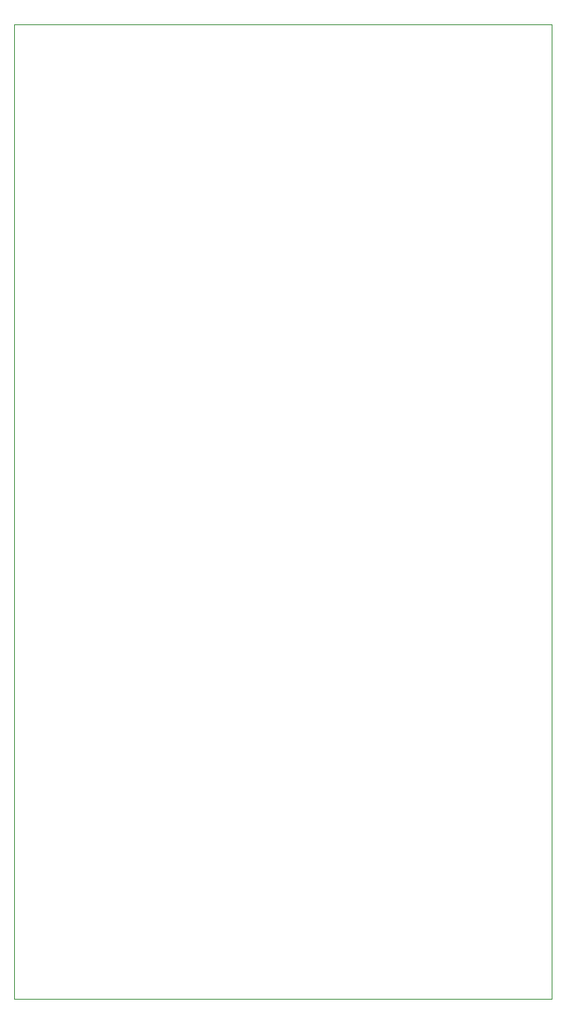
<source format=gbr>
G04 #@! TF.GenerationSoftware,KiCad,Pcbnew,(6.0.5-0)*
G04 #@! TF.CreationDate,2022-05-18T15:07:28+02:00*
G04 #@! TF.ProjectId,VCF,5643462e-6b69-4636-9164-5f7063625858,rev?*
G04 #@! TF.SameCoordinates,Original*
G04 #@! TF.FileFunction,Profile,NP*
%FSLAX46Y46*%
G04 Gerber Fmt 4.6, Leading zero omitted, Abs format (unit mm)*
G04 Created by KiCad (PCBNEW (6.0.5-0)) date 2022-05-18 15:07:28*
%MOMM*%
%LPD*%
G01*
G04 APERTURE LIST*
G04 #@! TA.AperFunction,Profile*
%ADD10C,0.100000*%
G04 #@! TD*
G04 APERTURE END LIST*
D10*
X106500000Y-50000000D02*
X48500000Y-50000000D01*
X48500000Y-50000000D02*
X48500000Y-155000000D01*
X48500000Y-155000000D02*
X106500000Y-155000000D01*
X106500000Y-155000000D02*
X106500000Y-50000000D01*
M02*

</source>
